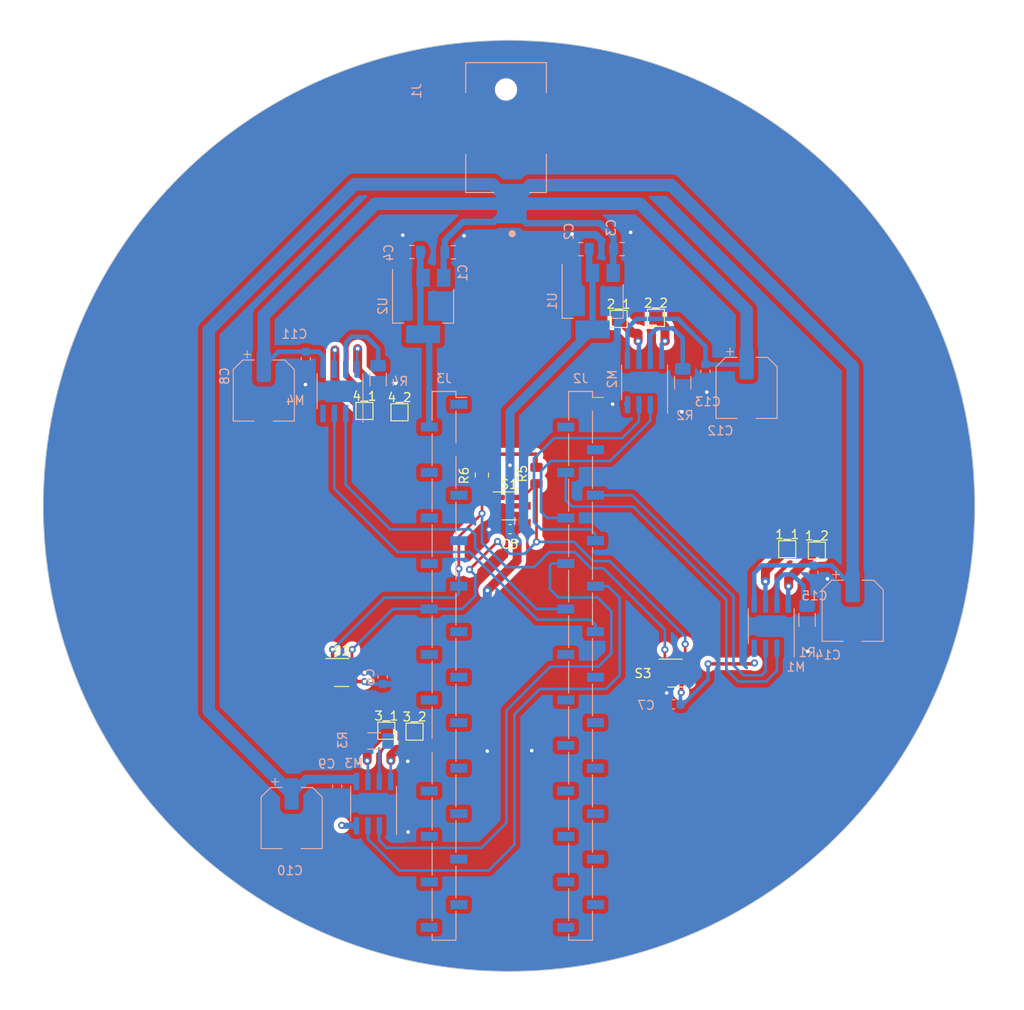
<source format=kicad_pcb>
(kicad_pcb (version 20221018) (generator pcbnew)
  (layers (0 "F.Cu" signal) (31 "B.Cu" signal) (34 "B.Paste" user) (35 "F.Paste" user) (36 "B.SilkS" user "B.Silkscreen") (37 "F.SilkS" user "F.Silkscreen") (38 "B.Mask" user) (39 "F.Mask" user) (44 "Edge.Cuts" user))
  (net 0 "")
  (net 1 "GND")
  (net 2 "Net-(M1-LSS)")
  (net 3 "+3.3V")
  (net 4 "+12V")
  (net 5 "+5V")
  (net 6 "Net-(M2-LSS)")
  (net 7 "Net-(M3-LSS)")
  (net 8 "Net-(M4-LSS)")
  (net 9 "Net-(3_1-Pin_1)")
  (net 10 "Net-(3_2-Pin_1)")
  (net 11 "Net-(4_1-Pin_1)")
  (net 12 "Net-(4_2-Pin_1)")
  (net 13 "Net-(1_1-Pin_1)")
  (net 14 "Net-(1_2-Pin_1)")
  (net 15 "Net-(2_1-Pin_1)")
  (net 16 "Net-(2_2-Pin_1)")
  (net 17 "/HB_0_B")
  (net 18 "/HB_0_A")
  (net 19 "/HB_1_B")
  (net 20 "/HB_1_A")
  (net 21 "/HB_2_B")
  (net 22 "/HB_2_A")
  (net 23 "/HB_3_B")
  (net 24 "/HB_3_A")
  (net 25 "/I2C_SDA")
  (net 26 "/I2C_SCL")
  (footprint "TestPoint:TestPoint_Pad_1.5x1.5mm" (layer "F.Cu") (at 135.636 124.46)
    (fp_text reference "3_2")
    (fp_text value "solenoid")
  )
  (footprint "Resistor_SMD:R_0805_2012Metric" (layer "F.Cu") (at 149.2504 95.8596 -90)
    (fp_text reference "R5")
    (fp_text value "1K2")
  )
  (footprint "TestPoint:TestPoint_Pad_1.5x1.5mm" (layer "F.Cu") (at 130.048 88.646)
    (fp_text reference "4_1")
    (fp_text value "solenoid")
  )
  (footprint "Capacitor_SMD:C_0603_1608Metric" (layer "F.Cu") (at 146.304 101.854)
    (fp_text reference "C5")
    (fp_text value "100nF")
  )
  (footprint "TestPoint:TestPoint_Pad_1.5x1.5mm" (layer "F.Cu") (at 180.5432 104.2416)
    (fp_text reference "1_2")
    (fp_text value "solenoid")
  )
  (footprint "Package_TO_SOT_SMD:SOT-23-6" (layer "F.Cu") (at 127.508 117.856)
    (fp_text reference "S2")
    (fp_text value "TLE493DA1")
  )
  (footprint "Package_TO_SOT_SMD:SOT-23-6" (layer "F.Cu") (at 164.7135 117.922)
    (fp_text reference "S3")
    (fp_text value "TLE493DA0")
  )
  (footprint "TestPoint:TestPoint_Pad_1.5x1.5mm" (layer "F.Cu") (at 177.2412 104.0892)
    (fp_text reference "1_1")
    (fp_text value "solenoid")
  )
  (footprint "TestPoint:TestPoint_Pad_1.5x1.5mm" (layer "F.Cu") (at 162.58 78.2504)
    (fp_text reference "2_2")
    (fp_text value "solenoid")
  )
  (footprint "TestPoint:TestPoint_Pad_1.5x1.5mm" (layer "F.Cu") (at 132.4864 124.3584)
    (fp_text reference "3_1")
    (fp_text value "solenoid")
  )
  (footprint "TestPoint:TestPoint_Pad_1.5x1.5mm" (layer "F.Cu") (at 158.42 78.3704)
    (fp_text reference "2_1")
    (fp_text value "solenoid")
  )
  (footprint "Resistor_SMD:R_0805_2012Metric" (layer "F.Cu") (at 143.1544 95.8088 90)
    (fp_text reference "R6")
    (fp_text value "1K2")
  )
  (footprint "TestPoint:TestPoint_Pad_1.5x1.5mm" (layer "F.Cu") (at 133.9596 88.7984)
    (fp_text reference "4_2")
    (fp_text value "solenoid")
  )
  (footprint "Package_TO_SOT_SMD:SOT-23-6" (layer "F.Cu") (at 146.20114 99.25)
    (fp_text reference "S1")
    (fp_text value "TLE493DA2")
  )
  (footprint "Capacitor_SMD:C_0805_2012Metric" (layer "B.Cu") (at 139.97 70.9304)
    (fp_text reference "C1")
    (fp_text value "10uF")
  )
  (footprint "Capacitor_SMD:CP_Elec_6.3x7.7" (layer "B.Cu") (at 172.7 86.0704 -90)
    (fp_text reference "C12")
    (fp_text value "100uF")
  )
  (footprint "Resistor_SMD:R_1206_3216Metric_Pad1.30x1.75mm_HandSolder" (layer "B.Cu") (at 179.451 111.984 -90)
    (fp_text reference "R1")
    (fp_text value "0.45")
  )
  (footprint "Capacitor_SMD:C_0603_1608Metric" (layer "B.Cu") (at 164.5412 121.412)
    (fp_text reference "C7")
    (fp_text value "100nF")
  )
  (footprint "Capacitor_SMD:C_0805_2012Metric" (layer "B.Cu") (at 135.33 70.9004)
    (fp_text reference "C4")
    (fp_text value "10uF")
  )
  (footprint "Package_SO:SOIC-8-1EP_3.9x4.9mm_P1.27mm_EP2.41x3.3mm" (layer "B.Cu") (at 131.064 132.496 90)
    (fp_text reference "M3")
    (fp_text value "A4950E")
  )
  (footprint "Package_SO:SOIC-8-1EP_3.9x4.9mm_P1.27mm_EP2.41x3.3mm" (layer "B.Cu") (at 127.317 86.452 90)
    (fp_text reference "M4")
    (fp_text value "A4950E")
  )
  (footprint "Capacitor_SMD:CP_Elec_6.3x7.7" (layer "B.Cu") (at 118.81 86.3704 -90)
    (fp_text reference "C8")
    (fp_text value "100uF")
  )
  (footprint "barrel jack:CUI_PJ-036AH-SMT-TR" (layer "B.Cu") (at 146.5 65.5 -90)
    (fp_text reference "J1")
    (fp_text value "Barrel_Jack_Switch")
  )
  (footprint "Capacitor_SMD:CP_Elec_6.3x7.7" (layer "B.Cu") (at 184.54 110.9604 -90)
    (fp_text reference "C14")
    (fp_text value "100uF")
  )
  (footprint "Package_TO_SOT_SMD:SOT-223" (layer "B.Cu") (at 136.59 76.9304 -90)
    (fp_text reference "U2")
    (fp_text value "TLV76133DCYR")
  )
  (footprint "Capacitor_SMD:CP_Elec_6.3x7.7" (layer "B.Cu") (at 121.92 134.112 -90)
    (fp_text reference "C10")
    (fp_text value "100uF")
  )
  (footprint "Connector_PinSocket_2.54mm:PinSocket_1x24_P2.54mm_Vertical_SMD_Pin1Left" (layer "B.Cu") (at 138.93 117.1104 180)
    (fp_text reference "J3")
    (fp_text value "SMD 100\" Pin Socket")
  )
  (footprint "Resistor_SMD:R_1206_3216Metric_Pad1.30x1.75mm_HandSolder" (layer "B.Cu") (at 131.572 85.147 -90)
    (fp_text reference "R4")
    (fp_text value "0.45")
  )
  (footprint "Capacitor_SMD:C_0805_2012Metric" (layer "B.Cu") (at 158.8 70.5704 180)
    (fp_text reference "C3")
    (fp_text value "10uF")
  )
  (footprint "Package_SO:SOIC-8-1EP_3.9x4.9mm_P1.27mm_EP2.41x3.3mm" (layer "B.Cu") (at 161.315 85.4604 90)
    (fp_text reference "M2")
    (fp_text value "A4950E")
  )
  (footprint "Capacitor_SMD:C_0603_1608Metric" (layer "B.Cu") (at 127 130.556 -90)
    (fp_text reference "C9")
    (fp_text value "100nF")
  )
  (footprint "Resistor_SMD:R_1206_3216Metric_Pad1.30x1.75mm_HandSolder" (layer "B.Cu") (at 165.57 85.4954 -90)
    (fp_text reference "R2")
    (fp_text value "0.45")
  )
  (footprint "Package_TO_SOT_SMD:SOT-223" (layer "B.Cu") (at 155.51 76.3904 -90)
    (fp_text reference "U1")
    (fp_text value "TLV76133DCYR")
  )
  (footprint "Package_SO:SOIC-8-1EP_3.9x4.9mm_P1.27mm_EP2.41x3.3mm" (layer "B.Cu") (at 175.451 112.684 90)
    (fp_text reference "M1")
    (fp_text value "A4950E")
  )
  (footprint "Capacitor_SMD:C_0603_1608Metric" (layer "B.Cu") (at 132.08 118.364 -90)
    (fp_text reference "C6")
    (fp_text value "100nF")
  )
  (footprint "Capacitor_SMD:C_0805_2012Metric" (layer "B.Cu") (at 154.18 70.5804 180)
    (fp_text reference "C2")
    (fp_text value "10uF")
  )
  (footprint "Capacitor_SMD:C_0603_1608Metric" (layer "B.Cu") (at 123.49 82.8104 -90)
    (fp_text reference "C11")
    (fp_text value "100nF")
  )
  (footprint "Connector_PinSocket_2.54mm:PinSocket_1x24_P2.54mm_Vertical_SMD_Pin1Left" (layer "B.Cu") (at 154.17 117.1104 180)
    (fp_text reference "J2")
    (fp_text value "SMD 100\" Pin Socket")
  )
  (footprint "Resistor_SMD:R_1206_3216Metric_Pad1.30x1.75mm_HandSolder" (layer "B.Cu") (at 131.13 125.5004 180)
    (fp_text reference "R3")
    (fp_text value "0.45")
  )
  (footprint "Capacitor_SMD:C_0603_1608Metric" (layer "B.Cu") (at 168.11 84.2254 -90)
    (fp_text reference "C13")
    (fp_text value "100nF")
  )
  (footprint "Capacitor_SMD:C_0603_1608Metric" (layer "B.Cu") (at 180.15 106.6704 -90)
    (fp_text reference "C15")
    (fp_text value "100nF")
  )
  (gr_circle (center 146.1825 99.25) (end 198.1825 99.25) (stroke (width 0.1)) (fill none) (layer "Edge.Cuts"))
  (segment (start 163.7792 120.142) (end 163.7792 119.0752) (width 0.4) (layer "F.Cu") (net 1))
  (segment (start 145.288 102.095) (end 145.529 101.854) (width 0.4) (layer "F.Cu") (net 1))
  (segment (start 126.3705 117.856) (end 126.3705 118.806) (width 0.4) (layer "F.Cu") (net 1))
  (segment (start 130.048 117.856) (end 128.6455 117.856) (width 0.4) (layer "F.Cu") (net 1))
  (segment (start 143.95 101.8904) (end 145.4926 101.8904) (width 0.3) (layer "F.Cu") (net 1))
  (segment (start 145.06364 99.25) (end 147.33864 99.25) (width 0.4) (layer "F.Cu") (net 1))
  (segment (start 145.529 100.66536) (end 145.06364 100.2) (width 0.4) (layer "F.Cu") (net 1))
  (segment (start 145.529 101.854) (end 145.529 100.66536) (width 0.4) (layer "F.Cu") (net 1))
  (segment (start 163.576 118.872) (end 163.576 117.922) (width 0.4) (layer "F.Cu") (net 1))
  (segment (start 145.06364 100.2) (end 145.06364 99.25) (width 0.4) (layer "F.Cu") (net 1))
  (segment (start 163.7792 119.0752) (end 163.576 118.872) (width 0.4) (layer "F.Cu") (net 1))
  (segment (start 145.4926 101.8904) (end 145.529 101.854) (width 0.3) (layer "F.Cu") (net 1))
  (segment (start 128.6455 117.856) (end 126.3705 117.856) (width 0.4) (layer "F.Cu") (net 1))
  (segment (start 163.576 117.922) (end 165.851 117.922) (width 0.4) (layer "F.Cu") (net 1))
  (via (at 179.51 115.5004) (size 0.8) (drill 0.4) (layers "F.Cu" "B.Cu") (net 1))
  (via (at 181.74 107.3904) (size 0.8) (drill 0.4) (layers "F.Cu" "B.Cu") (net 1))
  (via (at 134.88 127.7704) (size 0.8) (drill 0.4) (layers "F.Cu" "B.Cu") (net 1))
  (via (at 134.32 69.0104) (size 0.8) (drill 0.4) (layers "F.Cu" "B.Cu") (net 1))
  (via (at 165.48 88.7504) (size 0.8) (drill 0.4) (layers "F.Cu" "B.Cu") (net 1))
  (via (at 159.76 68.7004) (size 0.8) (drill 0.4) (layers "F.Cu" "B.Cu") (net 1))
  (via (at 123.46 85.7004) (size 0.8) (drill 0.4) (layers "F.Cu" "B.Cu") (net 1))
  (via (at 143.95 101.8904) (size 0.8) (drill 0.4) (layers "F.Cu" "B.Cu") (net 1))
  (via (at 157.75 87.8904) (size 0.8) (drill 0.4) (layers "F.Cu" "B.Cu") (net 1))
  (via (at 153.21 68.8904) (size 0.8) (drill 0.4) (layers "F.Cu" "B.Cu") (net 1))
  (via (at 134.92 135.6704) (size 0.8) (drill 0.4) (layers "F.Cu" "B.Cu") (net 1))
  (via (at 168.26 86.5404) (size 0.8) (drill 0.4) (layers "F.Cu" "B.Cu") (net 1))
  (via (at 163.7792 120.142) (size 0.8) (drill 0.4) (layers "F.Cu" "B.Cu") (net 1))
  (via (at 130.048 117.856) (size 0.8) (drill 0.4) (layers "F.Cu" "B.Cu") (net 1))
  (via (at 133.54 85.5704) (size 0.8) (drill 0.4) (layers "F.Cu" "B.Cu") (net 1))
  (via (at 141.17 69.0904) (size 0.8) (drill 0.4) (layers "F.Cu" "B.Cu") (net 1))
  (segment (start 131.572 86.697) (end 132.4134 86.697) (width 0.5) (layer "B.Cu") (net 1))
  (segment (start 168.11 86.3904) (end 168.26 86.5404) (width 0.5) (layer "B.Cu") (net 1))
  (segment (start 179.1686 115.159) (end 179.51 115.5004) (width 0.5) (layer "B.Cu") (net 1))
  (segment (start 155.82 87.9004) (end 157.74 87.9004) (width 0.3) (layer "B.Cu") (net 1))
  (segment (start 136.65 126.0004) (end 134.88 127.7704) (width 0.3) (layer "B.Cu") (net 1))
  (segment (start 134.38 70.9004) (end 134.38 69.0704) (width 0.7) (layer "B.Cu") (net 1))
  (segment (start 129.342 88.927) (end 131.572 86.697) (width 0.5) (layer "B.Cu") (net 1))
  (segment (start 164.665 87.9354) (end 165.48 88.7504) (width 0.5) (layer "B.Cu") (net 1))
  (segment (start 181.685 107.4454) (end 181.74 107.3904) (width 0.5) (layer "B.Cu") (net 1))
  (segment (start 179.451 113.534) (end 179.451 115.4414) (width 0.5) (layer "B.Cu") (net 1))
  (segment (start 134.52 136.7404) (end 134.92 136.3404) (width 0.3) (layer "B.Cu") (net 1))
  (segment (start 123.49 83.5854) (end 123.49 85.6704) (width 0.5) (layer "B.Cu") (net 1))
  (segment (start 175.575949 112.684) (end 175.451 112.684) (width 0.7) (layer "B.Cu") (net 1))
  (segment (start 161.439949 85.4604) (end 161.315 85.4604) (width 0.7) (layer "B.Cu") (net 1))
  (segment (start 163.22 87.9354) (end 164.665 87.9354) (width 0.5) (layer "B.Cu") (net 1))
  (segment (start 165.57 87.0454) (end 165.57 88.6604) (width 0.5) (layer "B.Cu") (net 1))
  (segment (start 132.969 136.5794) (end 133.13 136.7404) (width 0.3) (layer "B.Cu") (net 1))
  (segment (start 157.74 87.9004) (end 157.75 87.8904) (width 0.3) (layer "B.Cu") (net 1))
  (segment (start 180.15 107.4454) (end 181.685 107.4454) (width 0.5) (layer "B.Cu") (net 1))
  (segment (start 163.7662 121.412) (end 163.7662 120.155) (width 0.4) (layer "B.Cu") (net 1))
  (segment (start 177.356 115.159) (end 179.1686 115.159) (width 0.5) (layer "B.Cu") (net 1))
  (segment (start 140.92 69.3404) (end 141.17 69.0904) (width 0.7) (layer "B.Cu") (net 1))
  (segment (start 123.49 85.6704) (end 123.46 85.7004) (width 0.5) (layer "B.Cu") (net 1))
  (segment (start 134.29 73.7804) (end 134.29 70.9904) (width 0.7) (layer "B.Cu") (net 1))
  (segment (start 134.2786 70.737433) (end 134.439138 70.576895) (width 0.4) (layer "B.Cu") (net 1))
  (segment (start 132.969 134.971) (end 132.969 136.5794) (width 0.3) (layer "B.Cu") (net 1))
  (segment (start 153.21 70.6004) (end 153.23 70.5804) (width 0.7) (layer "B.Cu") (net 1))
  (segment (start 132.4134 86.697) (end 133.54 85.5704) (width 0.5) (layer "B.Cu") (net 1))
  (segment (start 131.572 86.697) (end 131.327 86.452) (width 0.7) (layer "B.Cu") (net 1))
  (segment (start 153.21 70.5604) (end 153.23 70.5804) (width 0.7) (layer "B.Cu") (net 1))
  (segment (start 123.46 85.7004) (end 123.61 85.7004) (width 0.5) (layer "B.Cu") (net 1))
  (segment (start 175.788082 112.684) (end 175.451 112.684) (width 1) (layer "B.Cu") (net 1))
  (segment (start 159.75 68.7104) (end 159.76 68.7004) (width 0.7) (layer "B.Cu") (net 1))
  (segment (start 132.101016 117.589) (end 132.08 117.589) (width 0.7) (layer "B.Cu") (net 1))
  (segment (start 168.11 85.0004) (end 168.11 86.3904) (width 0.5) (layer "B.Cu") (net 1))
  (segment (start 132.215616 117.7036) (end 132.101016 117.589) (width 0.7) (layer "B.Cu") (net 1))
  (segment (start 127.126024 86.642976) (end 127.317 86.452) (width 1) (layer "B.Cu") (net 1))
  (segment (start 137.28 126.0004) (end 136.56 126.0004) (width 0.3) (layer "B.Cu") (net 1))
  (segment (start 129.222 88.927) (end 129.342 88.927) (width 0.5) (layer "B.Cu") (net 1))
  (segment (start 179.451 115.4414) (end 179.51 115.5004) (width 0.5) (layer "B.Cu") (net 1))
  (segment (start 134.92 136.3404) (end 134.92 135.6704) (width 0.3) (layer "B.Cu") (net 1))
  (segment (start 127.317 86.452) (end 127.441949 86.452) (width 0.7) (layer "B.Cu") (net 1))
  (segment (start 134.29 70.9904) (end 134.38 70.9004) (width 0.7) (layer "B.Cu") (net 1))
  (segment (start 124.3616 86.452) (end 127.317 86.452) (width 0.5) (layer "B.Cu") (net 1))
  (segment (start 133.13 136.7404) (end 134.52 136.7404) (width 0.3) (layer "B.Cu") (net 1))
  (segment (start 163.7662 120.155) (end 163.7792 120.142) (width 0.4) (layer "B.Cu") (net 1))
  (segment (start 130.048 117.856) (end 131.064 117.856) (width 0.4) (layer "B.Cu") (net 1))
  (segment (start 140.92 70.9304) (end 140.92 69.3404) (width 0.7) (layer "B.Cu") (net 1))
  (segment (start 165.57 87.0454) (end 166.065 87.0454) (width 0.7) (layer "B.Cu") (net 1))
  (segment (start 165.57 88.6604) (end 165.48 88.7504) (width 0.5) (layer "B.Cu") (net 1))
  (segment (start 152.3 56.55) (end 152.746 56.55) (width 0.25) (layer "B.Cu") (net 1))
  (segment (start 134.38 69.0704) (end 134.32 69.0104) (width 0.7) (layer "B.Cu") (net 1))
  (segment (start 153.21 73.2404) (end 153.21 70.6004) (width 0.7) (layer "B.Cu") (net 1))
  (segment (start 131.331 117.589) (end 132.08 117.589) (width 0.4) (layer "B.Cu") (net 1))
  (segment (start 131.064 117.856) (end 131.331 117.589) (width 0.4) (layer "B.Cu") (net 1))
  (segment (start 153.21 68.8904) (end 153.21 70.5604) (width 0.7) (layer "B.Cu") (net 1))
  (segment (start 159.75 70.5704) (end 159.75 68.7104) (width 0.7) (layer "B.Cu") (net 1))
  (segment (start 137.28 126.0004) (end 136.65 126.0004) (width 0.3) (layer "B.Cu") (net 1))
  (segment (start 123.61 85.7004) (end 124.3616 86.452) (width 0.5) (layer "B.Cu") (net 1))
  (segment (start 179.451 110.434) (end 179.05 110.033) (width 0.5) (layer "B.Cu") (net 2))
  (segment (start 176.086 107.6044) (end 176.086 110.209) (width 0.5) (layer "B.Cu") (net 2))
  (segment (start 177.78 106.9004) (end 176.79 106.9004) (width 0.5) (layer "B.Cu") (net 2))
  (segment (start 176.79 106.9004) (end 176.086 107.6044) (width 0.5) (layer "B.Cu") (net 2))
  (segment (start 179.05 108.1704) (end 177.78 106.9004) (width 0.5) (layer "B.Cu") (net 2))
  (segment (start 179.05 110.033) (end 179.05 108.1704) (width 0.5) (layer "B.Cu") (net 2))
  (segment (start 147.079 100.45964) (end 147.33864 100.2) (width 0.4) (layer "F.Cu") (net 3))
  (segment (start 149.1916 93.472) (end 149.31 93.5904) (width 0.4) (layer "F.Cu") (net 3))
  (segment (start 147.09 103.2104) (end 147.079 103.1994) (width 0.3) (layer "F.Cu") (net 3))
  (segment (start 165.4048 119.3182) (end 165.851 118.872) (width 0.4) (layer "F.Cu") (net 3))
  (segment (start 143.75 126.6404) (end 148.66 126.6404) (width 1) (layer "F.Cu") (net 3))
  (segment (start 149.352 95.0995) (end 149.4009 95.1484) (width 0.4) (layer "F.Cu") (net 3))
  (segment (start 149.2504 94.9471) (end 149.2504 94.9979) (width 0.3) (layer "F.Cu") (net 3))
  (segment (start 149.31 93.5904) (end 149.2504 93.65) (width 0.3) (layer "F.Cu") (net 3))
  (segment (start 165.4048 120.0912) (end 165.4048 119.3182) (width 0.4) (layer "F.Cu") (net 3))
  (segment (start 130.048 118.872) (end 128.7115 118.872) (width 0.4) (layer "F.Cu") (net 3))
  (segment (start 148.66 126.6404) (end 148.72 126.5804) (width 1) (layer "F.Cu") (net 3))
  (segment (start 146.24 94.6604) (end 146.29 94.7104) (width 0.3) (layer "F.Cu") (net 3))
  (segment (start 146.24 93.472) (end 149.1916 93.472) (width 0.4) (layer "F.Cu") (net 3))
  (segment (start 146.24 93.472) (end 146.24 94.6604) (width 0.3) (layer "F.Cu") (net 3))
  (segment (start 143.1544 94.8963) (end 143.1544 93.472) (width 0.4) (layer "F.Cu") (net 3))
  (segment (start 147.079 101.854) (end 147.079 100.45964) (width 0.4) (layer "F.Cu") (net 3))
  (segment (start 143.1544 93.472) (end 146.24 93.472) (width 0.4) (layer "F.Cu") (net 3))
  (segment (start 143.76 108.6904) (end 147.09 105.3604) (width 1) (layer "F.Cu") (net 3))
  (segment (start 168.402 116.8908) (end 173.482 116.8908) (width 0.4) (layer "F.Cu") (net 3))
  (segment (start 147.2314 102.0064) (end 147.079 101.854) (width 0.4) (layer "F.Cu") (net 3))
  (segment (start 147.09 105.3604) (end 147.09 103.2104) (width 1) (layer "F.Cu") (net 3))
  (segment (start 147.079 103.1994) (end 147.079 101.854) (width 0.3) (layer "F.Cu") (net 3))
  (segment (start 149.2504 93.65) (end 149.2504 94.9471) (width 0.3) (layer "F.Cu") (net 3))
  (segment (start 128.7115 118.872) (end 128.6455 118.806) (width 0.4) (layer "F.Cu") (net 3))
  (segment (start 143.76 108.7004) (end 143.76 108.6904) (width 1) (layer "F.Cu") (net 3))
  (segment (start 149.2504 94.9979) (end 149.352 95.0995) (width 0.3) (layer "F.Cu") (net 3))
  (segment (start 173.482 116.8908) (end 173.5836 116.7892) (width 0.4) (layer "F.Cu") (net 3))
  (via (at 148.72 126.5804) (size 0.8) (drill 0.4) (layers "F.Cu" "B.Cu") (net 3))
  (via (at 146.29 94.7104) (size 0.8) (drill 0.4) (layers "F.Cu" "B.Cu") (net 3))
  (via (at 168.402 116.8908) (size 0.8) (drill 0.4) (layers "F.Cu" "B.Cu") (net 3))
  (via (at 143.75 126.6404) (size 0.8) (drill 0.4) (layers "F.Cu" "B.Cu") (net 3))
  (via (at 130.048 118.872) (size 0.8) (drill 0.4) (layers "F.Cu" "B.Cu") (net 3))
  (via (at 165.4048 120.0912) (size 0.8) (drill 0.4) (layers "F.Cu" "B.Cu") (net 3))
  (via (at 127.508 134.9248) (size 0.8) (drill 0.4) (layers "F.Cu" "B.Cu") (net 3))
  (via (at 147.09 103.2104) (size 0.8) (drill 0.4) (layers "F.Cu" "B.Cu") (net 3))
  (via (at 143.76 108.7004) (size 0.8) (drill 0.4) (layers "F.Cu" "B.Cu") (net 3))
  (via (at 173.5836 116.7892) (size 0.8) (drill 0.4) (layers "F.Cu" "B.Cu") (net 3))
  (segment (start 146.29 88.7604) (end 155.51 79.5404) (width 1) (layer "B.Cu") (net 3))
  (segment (start 159.3322 87.8576) (end 159.41 87.9354) (width 0.7) (layer "B.Cu") (net 3))
  (segment (start 130.315 119.139) (end 130.048 118.872) (width 0.4) (layer "B.Cu") (net 3))
  (segment (start 135.7314 119.139) (end 136.7 118.1704) (width 0.7) (layer "B.Cu") (net 3))
  (segment (start 155.13 70.5804) (end 155.13 72.8604) (width 0.7) (layer "B.Cu") (net 3))
  (segment (start 165.3162 121.412) (end 165.3162 120.1798) (width 0.4) (layer "B.Cu") (net 3))
  (segment (start 140.67 115.3504) (end 143.75 115.3504) (width 0.7) (layer "B.Cu") (net 3))
  (segment (start 143.75 112.9804) (end 143.75 115.3504) (width 1) (layer "B.Cu") (net 3))
  (segment (start 137.85 118.1704) (end 140.67 115.3504) (width 0.7) (layer "B.Cu") (net 3))
  (segment (start 168.402 118.618) (end 165.608 121.412) (width 0.4) (layer "B.Cu") (net 3))
  (segment (start 143.75 115.3504) (end 143.75 126.6404) (width 1) (layer "B.Cu") (net 3))
  (segment (start 146.29 102.4104) (end 147.09 103.2104) (width 1) (layer "B.Cu") (net 3))
  (segment (start 155.51 73.2404) (end 155.51 79.5404) (width 0.7) (layer "B.Cu") (net 3))
  (segment (start 132.08 119.139) (end 130.315 119.139) (width 0.4) (layer "B.Cu") (net 3))
  (segment (start 165.608 121.412) (end 165.3162 121.412) (width 0.4) (layer "B.Cu") (net 3))
  (segment (start 127.508 134.9248) (end 127.5542 134.971) (width 0.7) (layer "B.Cu") (net 3))
  (segment (start 132.08 119.139) (end 135.7314 119.139) (width 0.7) (layer "B.Cu") (net 3))
  (segment (start 155.13 72.8604) (end 155.51 73.2404) (width 0.7) (layer "B.Cu") (net 3))
  (segment (start 146.29 94.7104) (end 146.29 102.4104) (width 1) (layer "B.Cu") (net 3))
  (segment (start 143.76 108.7004) (end 143.76 112.9704) (width 1) (layer "B.Cu") (net 3))
  (segment (start 143.76 112.9704) (end 143.75 112.9804) (width 1) (layer "B.Cu") (net 3))
  (segment (start 165.3162 120.1798) (end 165.4048 120.0912) (width 0.4) (layer "B.Cu") (net 3))
  (segment (start 146.29 94.7104) (end 146.29 88.7604) (width 1) (layer "B.Cu") (net 3))
  (segment (start 127.5542 134.971) (end 129.159 134.971) (width 0.7) (layer "B.Cu") (net 3))
  (segment (start 155.4748 73.0348) (end 155.49 73.05) (width 0.7) (layer "B.Cu") (net 3))
  (segment (start 136.7 118.1704) (end 137.85 118.1704) (width 0.7) (layer "B.Cu") (net 3))
  (segment (start 168.402 116.8908) (end 168.402 118.618) (width 0.4) (layer "B.Cu") (net 3))
  (segment (start 146.5 65.5) (end 146.5 66.0804) (width 0.7) (layer "B.Cu") (net 4))
  (segment (start 138.89 71.0604) (end 139.02 70.9304) (width 0.7) (layer "B.Cu") (net 4))
  (segment (start 125.412 82.5224) (end 124.925 82.0354) (width 0.5) (layer "B.Cu") (net 4))
  (segment (start 168.11 83.4504) (end 168.11 81.4504) (width 0.5) (layer "B.Cu") (net 4))
  (segment (start 144.3404 63.3404) (end 146.5 65.5) (width 1.4) (layer "B.Cu") (net 4))
  (segment (start 174.415 105.8954) (end 173.54 106.7704) (width 0.5) (layer "B.Cu") (net 4))
  (segment (start 121.92 131.412) (end 123.551 129.781) (width 1) (layer "B.Cu") (net 4))
  (segment (start 146.5 65.5) (end 131.2704 65.5) (width 1.4) (layer "B.Cu") (net 4))
  (segment (start 148.5696 63.4304) (end 146.5 65.5) (width 1.4) (layer "B.Cu") (net 4))
  (segment (start 141.06 67.5304) (end 144.4696 67.5304) (width 0.7) (layer "B.Cu") (net 4))
  (segment (start 173.546 106.7764) (end 173.546 110.209) (width 0.5) (layer "B.Cu") (net 4))
  (segment (start 148.11 67.6904) (end 156.34 67.6904) (width 0.7) (layer "B.Cu") (net 4))
  (segment (start 160.7996 65.5) (end 146.5 65.5) (width 1.4) (layer "B.Cu") (net 4))
  (segment (start 156.34 67.6904) (end 157.85 69.2004) (width 0.7) (layer "B.Cu") (net 4))
  (segment (start 124.925 82.0354) (end 123.49 82.0354) (width 0.5) (layer "B.Cu") (net 4))
  (segment (start 172.62 83.4504) (end 172.7 83.3704) (width 0.5) (layer "B.Cu") (net 4))
  (segment (start 139.02 69.5704) (end 141.06 67.5304) (width 0.7) (layer "B.Cu") (net 4))
  (segment (start 157.85 69.2004) (end 157.85 70.5704) (width 0.7) (layer "B.Cu") (net 4))
  (segment (start 159.41 79.3904) (end 159.41 82.9854) (width 0.5) (layer "B.Cu") (net 4))
  (segment (start 157.81 73.2404) (end 157.81 70.6104) (width 0.7) (layer "B.Cu") (net 4))
  (segment (start 172.7 77.4004) (end 160.7996 65.5) (width 1.4) (layer "B.Cu") (net 4))
  (segment (start 146.5 66.0804) (end 148.11 67.6904) (width 0.7) (layer "B.Cu") (net 4))
  (segment (start 139.02 70.9304) (end 139.02 69.5704) (width 0.7) (layer "B.Cu") (net 4))
  (segment (start 128.94 63.3404) (end 144.3404 63.3404) (width 1.4) (layer "B.Cu") (net 4))
  (segment (start 172.7 83.3704) (end 172.7 77.4004) (width 1.4) (layer "B.Cu") (net 4))
  (segment (start 120.445 82.0354) (end 118.81 83.6704) (width 0.5) (layer "B.Cu") (net 4))
  (segment (start 168.11 83.4504) (end 172.62 83.4504) (width 0.5) (layer "B.Cu") (net 4))
  (segment (start 112.66 79.6204) (end 128.94 63.3404) (width 1.4) (layer "B.Cu") (net 4))
  (segment (start 184.54 108.2604) (end 184.54 83.7004) (width 1.4) (layer "B.Cu") (net 4))
  (segment (start 157.7556 73.0042) (end 157.8014 73.05) (width 1.4) (layer "B.Cu") (net 4))
  (segment (start 127 129.781) (end 128.919 129.781) (width 1) (layer "B.Cu") (net 4))
  (segment (start 123.551 129.781) (end 127 129.781) (width 1) (layer "B.Cu") (net 4))
  (segment (start 168.11 81.4504) (end 165.02 78.3604) (width 0.5) (layer "B.Cu") (net 4))
  (segment (start 184.54 83.7004) (end 164.27 63.4304) (width 1.4) (layer "B.Cu") (net 4))
  (segment (start 157.81 70.6104) (end 157.85 70.5704) (width 0.7) (layer "B.Cu") (net 4))
  (segment (start 118.81 77.9604) (end 118.81 83.214) (width 1.4) (layer "B.Cu") (net 4))
  (segment (start 112.66 122.152) (end 112.66 79.6204) (width 1.4) (layer "B.Cu") (net 4))
  (segment (start 125.412 83.977) (end 125.412 82.5224) (width 0.5) (layer "B.Cu") (net 4))
  (segment (start 182.175 105.8954) (end 180.15 105.8954) (width 0.5) (layer "B.Cu") (net 4))
  (segment (start 173.54 106.7704) (end 173.546 106.7764) (width 0.5) (layer "B.Cu") (net 4))
  (segment (start 131.2704 65.5) (end 118.81 77.9604) (width 1.4) (layer "B.Cu") (net 4))
  (segment (start 180.15 105.8954) (end 174.415 105.8954) (width 0.5) (layer "B.Cu") (net 4))
  (segment (start 138.89 73.7804) (end 138.89 71.0604) (width 0.7) (layer "B.Cu") (net 4))
  (segment (start 164.27 63.4304) (end 148.5696 63.4304) (width 1.4) (layer "B.Cu") (net 4))
  (segment (start 160.44 78.3604) (end 159.41 79.3904) (width 0.5) (layer "B.Cu") (net 4))
  (segment (start 138.987337 73.644063) (end 138.9014 73.73) (width 1) (layer "B.Cu") (net 4))
  (segment (start 123.49 82.0354) (end 120.445 82.0354) (width 0.5) (layer "B.Cu") (net 4))
  (segment (start 144.4696 67.5304) (end 146.5 65.5) (width 0.7) (layer "B.Cu") (net 4))
  (segment (start 184.54 108.2604) (end 182.175 105.8954) (width 0.5) (layer "B.Cu") (net 4))
  (segment (start 121.92 131.412) (end 112.66 122.152) (width 1.4) (layer "B.Cu") (net 4))
  (segment (start 165.02 78.3604) (end 160.44 78.3604) (width 0.5) (layer "B.Cu") (net 4))
  (segment (start 137.28 80.7704) (end 136.59 80.0804) (width 0.7) (layer "B.Cu") (net 5))
  (segment (start 136.59 70.827757) (end 136.339138 70.576895) (width 0.7) (layer "B.Cu") (net 5))
  (segment (start 136.28 70.9004) (end 136.28 73.4704) (width 0.7) (layer "B.Cu") (net 5))
  (segment (start 137.28 90.4404) (end 137.28 80.7704) (width 0.7) (layer "B.Cu") (net 5))
  (segment (start 136.28 70.9004) (end 136.28 79.7704) (width 0.7) (layer "B.Cu") (net 5))
  (segment (start 136.28 73.4704) (end 136.59 73.7804) (width 0.7) (layer "B.Cu") (net 5))
  (segment (start 136.28 79.7704) (end 136.59 80.0804) (width 0.7) (layer "B.Cu") (net 5))
  (segment (start 161.95 80.1504) (end 161.95 82.9854) (width 0.5) (layer "B.Cu") (net 6))
  (segment (start 164.47 79.4204) (end 162.68 79.4204) (width 0.5) (layer "B.Cu") (net 6))
  (segment (start 162.68 79.4204) (end 161.95 80.1504) (width 0.5) (layer "B.Cu") (net 6))
  (segment (start 165.57 80.5204) (end 164.47 79.4204) (width 0.5) (layer "B.Cu") (net 6))
  (segment (start 165.57 83.9454) (end 165.57 80.5204) (width 0.5) (layer "B.Cu") (net 6))
  (segment (start 131.699 130.021) (end 131.699 126.341) (width 0.3) (layer "B.Cu") (net 7))
  (segment (start 128.642 80.3604) (end 127.952 81.0504) (width 0.5) (layer "B.Cu") (net 8))
  (segment (start 131.572 83.597) (end 131.572 81.6724) (width 0.5) (layer "B.Cu") (net 8))
  (segment (start 127.952 81.0504) (end 127.952 83.977) (width 0.5) (layer "B.Cu") (net 8))
  (segment (start 130.26 80.3604) (end 128.642 80.3604) (width 0.5) (layer "B.Cu") (net 8))
  (segment (start 131.572 81.6724) (end 130.26 80.3604) (width 0.5) (layer "B.Cu") (net 8))
  (segment (start 130.3528 126.492) (end 132.4864 124.3584) (width 1) (layer "F.Cu") (net 9))
  (segment (start 130.3528 127.7112) (end 130.3528 126.492) (width 1) (layer "F.Cu") (net 9))
  (via (at 130.3528 127.7112) (size 0.8) (drill 0.4) (layers "F.Cu" "B.Cu") (net 9))
  (segment (start 130.429 127.7874) (end 130.3528 127.7112) (width 0.3) (layer "B.Cu") (net 9))
  (segment (start 130.429 130.021) (end 130.429 127.7874) (width 0.3) (layer "B.Cu") (net 9))
  (segment (start 133.6548 126.4412) (end 135.636 126.4412) (width 1) (layer "F.Cu") (net 10))
  (segment (start 132.9944 127.1016) (end 133.6548 126.4412) (width 1) (layer "F.Cu") (net 10))
  (segment (start 132.9944 127.7112) (end 132.9944 127.1016) (width 1) (layer "F.Cu") (net 10))
  (segment (start 135.636 126.4412) (end 135.636 124.46) (width 1) (layer "F.Cu") (net 10))
  (via (at 132.9944 127.7112) (size 0.8) (drill 0.4) (layers "F.Cu" "B.Cu") (net 10))
  (segment (start 132.969 130.021) (end 132.969 127.7366) (width 0.3) (layer "B.Cu") (net 10))
  (segment (start 132.969 127.7366) (end 132.9944 127.7112) (width 0.3) (layer "B.Cu") (net 10))
  (segment (start 126.746 81.8388) (end 126.746 85.344) (width 1) (layer "F.Cu") (net 11))
  (segment (start 126.746 85.344) (end 130.048 88.646) (width 1) (layer "F.Cu") (net 11))
  (via (at 126.746 81.8388) (size 0.8) (drill 0.4) (layers "F.Cu" "B.Cu") (net 11))
  (segment (start 126.682 81.9028) (end 126.746 81.8388) (width 0.3) (layer "B.Cu") (net 11))
  (segment (start 126.682 83.977) (end 126.682 81.9028) (width 0.3) (layer "B.Cu") (net 11))
  (segment (start 129.286 84.1248) (end 133.9596 88.7984) (width 1) (layer "F.Cu") (net 12))
  (segment (start 129.286 81.6864) (end 129.286 84.1248) (width 1) (layer "F.Cu") (net 12))
  (via (at 129.286 81.6864) (size 0.8) (drill 0.4) (layers "F.Cu" "B.Cu") (net 12))
  (segment (start 129.222 81.7504) (end 129.286 81.6864) (width 0.3) (layer "B.Cu") (net 12))
  (segment (start 129.222 83.977) (end 129.222 81.7504) (width 0.3) (layer "B.Cu") (net 12))
  (segment (start 174.8028 107.696) (end 174.8028 106.5276) (width 1) (layer "F.Cu") (net 13))
  (segment (start 174.8028 106.5276) (end 177.2412 104.0892) (width 1) (layer "F.Cu") (net 13))
  (via (at 174.8028 107.696) (size 0.8) (drill 0.4) (layers "F.Cu" "B.Cu") (net 13))
  (segment (start 174.8028 107.696) (end 174.8028 110.1958) (width 0.5) (layer "B.Cu") (net 13))
  (segment (start 174.8028 110.1958) (end 174.816 110.209) (width 0.5) (layer "B.Cu") (net 13))
  (segment (start 174.816 107.7092) (end 174.8028 107.696) (width 1) (layer "B.Cu") (net 13))
  (segment (start 177.3936 107.3912) (end 180.5432 104.2416) (width 1) (layer "F.Cu") (net 14))
  (segment (start 177.3936 108.219) (end 177.3936 107.3912) (width 1) (layer "F.Cu") (net 14))
  (via (at 177.3936 108.219) (size 0.8) (drill 0.4) (layers "F.Cu" "B.Cu") (net 14))
  (segment (start 177.356 108.2566) (end 177.3936 108.219) (width 0.5) (layer "B.Cu") (net 14))
  (segment (start 177.356 110.209) (end 177.356 108.2566) (width 0.5) (layer "B.Cu") (net 14))
  (segment (start 160.0332 79.9836) (end 158.42 78.3704) (width 1) (layer "F.Cu") (net 15))
  (segment (start 160.5916 79.9836) (end 160.0332 79.9836) (width 1) (layer "F.Cu") (net 15))
  (segment (start 160.5916 80.8472) (end 160.5916 79.9836) (width 1) (layer "F.Cu") (net 15))
  (via (at 160.5916 80.8472) (size 0.8) (drill 0.4) (layers "F.Cu" "B.Cu") (net 15))
  (segment (start 160.68 82.9854) (end 160.68 80.9356) (width 0.5) (layer "B.Cu") (net 15))
  (segment (start 160.68 80.9356) (end 160.5916 80.8472) (width 0.5) (layer "B.Cu") (net 15))
  (segment (start 163.5888 80.8472) (end 163.5888 79.2592) (width 1) (layer "F.Cu") (net 16))
  (segment (start 163.5888 80.8472) (end 163.6396 80.8472) (width 1) (layer "F.Cu") (net 16))
  (segment (start 163.5888 79.2592) (end 162.58 78.2504) (width 1) (layer "F.Cu") (net 16))
  (via (at 163.5888 80.8472) (size 0.8) (drill 0.4) (layers "F.Cu" "B.Cu") (net 16))
  (segment (start 163.22 81.216) (end 163.5888 80.8472) (width 0.5) (layer "B.Cu") (net 16))
  (segment (start 163.22 82.9854) (end 163.22 81.216) (width 0.5) (layer "B.Cu") (net 16))
  (segment (start 171.78 118.8704) (end 170.44 117.5304) (width 0.3) (layer "B.Cu") (net 17))
  (segment (start 153.22 99.3204) (end 152.52 98.6204) (width 0.3) (layer "B.Cu") (net 17))
  (segment (start 170.44 117.5304) (end 170.44 109.7104) (width 0.3) (layer "B.Cu") (net 17))
  (segment (start 176.086 115.159) (end 176.086 117.6544) (width 0.3) (layer "B.Cu") (net 17))
  (segment (start 176.086 117.6544) (end 174.87 118.8704) (width 0.3) (layer "B.Cu") (net 17))
  (segment (start 170.44 109.7104) (end 160.05 99.3204) (width 0.3) (layer "B.Cu") (net 17))
  (segment (start 152.52 98.6204) (end 152.52 95.5204) (width 0.3) (layer "B.Cu") (net 17))
  (segment (start 174.87 118.8704) (end 171.78 118.8704) (width 0.3) (layer "B.Cu") (net 17))
  (segment (start 160.05 99.3204) (end 153.22 99.3204) (width 0.3) (layer "B.Cu") (net 17))
  (segment (start 155.82 98.0604) (end 159.92 98.0604) (width 0.3) (layer "B.Cu") (net 18))
  (segment (start 159.92 98.0604) (end 171.24 109.3804) (width 0.3) (layer "B.Cu") (net 18))
  (segment (start 174.4 118.1604) (end 174.816 117.7444) (width 0.3) (layer "B.Cu") (net 18))
  (segment (start 171.24 117.0504) (end 172.35 118.1604) (width 0.3) (layer "B.Cu") (net 18))
  (segment (start 171.24 109.3804) (end 171.24 117.0504) (width 0.3) (layer "B.Cu") (net 18))
  (segment (start 172.35 118.1604) (end 174.4 118.1604) (width 0.3) (layer "B.Cu") (net 18))
  (segment (start 174.816 117.7444) (end 174.816 115.159) (width 0.3) (layer "B.Cu") (net 18))
  (segment (start 149.76 95.3404) (end 150.86 94.2404) (width 0.3) (layer "B.Cu") (net 19))
  (segment (start 161.95 88.8604) (end 161.95 87.9354) (width 0.4) (layer "B.Cu") (net 19))
  (segment (start 161.95 89.7504) (end 161.95 87.9354) (width 0.3) (layer "B.Cu") (net 19))
  (segment (start 157.46 94.2404) (end 161.95 89.7504) (width 0.3) (layer "B.Cu") (net 19))
  (segment (start 149.76 99.9104) (end 149.76 95.3404) (width 0.3) (layer "B.Cu") (net 19))
  (segment (start 150.86 94.2404) (end 157.46 94.2404) (width 0.3) (layer "B.Cu") (net 19))
  (segment (start 152.52 100.6004) (end 150.45 100.6004) (width 0.3) (layer "B.Cu") (net 19))
  (segment (start 150.45 100.6004) (end 149.76 99.9104) (width 0.3) (layer "B.Cu") (net 19))
  (segment (start 160.68 89.8204) (end 158.82 91.6804) (width 0.3) (layer "B.Cu") (net 20))
  (segment (start 148.97 101.0704) (end 149.77 101.8704) (width 0.3) (layer "B.Cu") (net 20))
  (segment (start 149.77 101.8704) (end 155.28 101.8704) (width 0.3) (layer "B.Cu") (net 20))
  (segment (start 155.82 102.4104) (end 155.82 103.1404) (width 0.3) (layer "B.Cu") (net 20))
  (segment (start 148.97 93.9404) (end 148.97 101.0704) (width 0.3) (layer "B.Cu") (net 20))
  (segment (start 151.23 91.6804) (end 148.97 93.9404) (width 0.3) (layer "B.Cu") (net 20))
  (segment (start 155.28 101.8704) (end 155.82 102.4104) (width 0.3) (layer "B.Cu") (net 20))
  (segment (start 158.82 91.6804) (end 151.23 91.6804) (width 0.3) (layer "B.Cu") (net 20))
  (segment (start 160.68 87.9354) (end 160.68 89.8204) (width 0.3) (layer "B.Cu") (net 20))
  (segment (start 145.9 122.0904) (end 145.9 134.6404) (width 0.3) (layer "B.Cu") (net 21))
  (segment (start 157.6 115.7504) (end 156.16 117.1904) (width 0.3) (layer "B.Cu") (net 21))
  (segment (start 131.699 136.608982) (end 131.699 134.971) (width 0.3) (layer "B.Cu") (net 21))
  (segment (start 151.68 109.4804) (end 156.06 109.4804) (width 0.3) (layer "B.Cu") (net 21))
  (segment (start 145.9 134.6404) (end 143.1 137.4404) (width 0.3) (layer "B.Cu") (net 21))
  (segment (start 132.527582 137.4404) (end 131.697582 136.6104) (width 0.3) (layer "B.Cu") (net 21))
  (segment (start 157.6 111.0204) (end 157.6 115.7504) (width 0.3) (layer "B.Cu") (net 21))
  (segment (start 156.06 109.4804) (end 157.6 111.0204) (width 0.3) (layer "B.Cu") (net 21))
  (segment (start 131.697582 134.972418) (end 131.699 134.971) (width 0.4) (layer "B.Cu") (net 21))
  (segment (start 152.52 105.6804) (end 150.98 105.6804) (width 0.3) (layer "B.Cu") (net 21))
  (segment (start 131.697582 136.6104) (end 131.699 136.608982) (width 0.3) (layer "B.Cu") (net 21))
  (segment (start 150.75 105.9104) (end 150.75 108.5504) (width 0.3) (layer "B.Cu") (net 21))
  (segment (start 150.98 105.6804) (end 150.75 105.9104) (width 0.3) (layer "B.Cu") (net 21))
  (segment (start 156.16 117.1904) (end 150.8 117.1904) (width 0.3) (layer "B.Cu") (net 21))
  (segment (start 143.1 137.4404) (end 132.527582 137.4404) (width 0.3) (layer "B.Cu") (net 21))
  (segment (start 150.8 117.1904) (end 145.9 122.0904) (width 0.3) (layer "B.Cu") (net 21))
  (segment (start 150.75 108.5504) (end 151.68 109.4804) (width 0.3) (layer "B.Cu") (net 21))
  (segment (start 143.9 139.9704) (end 133.95 139.9704) (width 0.3) (layer "B.Cu") (net 22))
  (segment (start 133.95 139.9704) (end 130.429 136.4494) (width 0.3) (layer "B.Cu") (net 22))
  (segment (start 157.24 108.2204) (end 158.53 109.5104) (width 0.3) (layer "B.Cu") (net 22))
  (segment (start 158.53 118.1704) (end 157 119.7004) (width 0.3) (layer "B.Cu") (net 22))
  (segment (start 146.79 122.5204) (end 146.79 137.0804) (width 0.3) (layer "B.Cu") (net 22))
  (segment (start 158.53 109.5104) (end 158.53 118.1704) (width 0.3) (layer "B.Cu") (net 22))
  (segment (start 149.61 119.7004) (end 146.79 122.5204) (width 0.3) (layer "B.Cu") (net 22))
  (segment (start 155.82 108.2204) (end 157.24 108.2204) (width 0.3) (layer "B.Cu") (net 22))
  (segment (start 157 119.7004) (end 149.61 119.7004) (width 0.3) (layer "B.Cu") (net 22))
  (segment (start 130.429 136.4494) (end 130.429 134.971) (width 0.3) (layer "B.Cu") (net 22))
  (segment (start 146.79 137.0804) (end 143.9 139.9704) (width 0.3) (layer "B.Cu") (net 22))
  (segment (start 149.24 110.7604) (end 152.52 110.7604) (width 0.3) (layer "B.Cu") (net 23))
  (segment (start 141.83 101.8704) (end 142.4 102.4404) (width 0.3) (layer "B.Cu") (net 23))
  (segment (start 142.4 102.4404) (end 142.4 103.9204) (width 0.3) (layer "B.Cu") (net 23))
  (segment (start 127.952 88.927) (end 127.952 96.8824) (width 0.3) (layer "B.Cu") (net 23))
  (segment (start 127.952 96.8824) (end 132.94 101.8704) (width 0.3) (layer "B.Cu") (net 23))
  (segment (start 142.4 103.9204) (end 149.24 110.7604) (width 0.3) (layer "B.Cu") (net 23))
  (segment (start 132.94 101.8704) (end 141.83 101.8704) (width 0.3) (layer "B.Cu") (net 23))
  (segment (start 141.79 104.4004) (end 133.77 104.4004) (width 0.3) (layer "B.Cu") (net 24))
  (segment (start 126.682 97.3124) (end 126.682 88.927) (width 0.3) (layer "B.Cu") (net 24))
  (segment (start 149.35 111.9604) (end 141.79 104.4004) (width 0.3) (layer "B.Cu") (net 24))
  (segment (start 152.02 111.9604) (end 149.35 111.9604) (width 0.3) (layer "B.Cu") (net 24))
  (segment (start 155.28 111.9604) (end 152.02 111.9604) (width 0.3) (layer "B.Cu") (net 24))
  (segment (start 152.02 111.9604) (end 151.9 111.9604) (width 0.3) (layer "B.Cu") (net 24))
  (segment (start 155.82 112.5004) (end 155.28 111.9604) (width 0.3) (layer "B.Cu") (net 24))
  (segment (start 155.82 113.3004) (end 155.82 112.5004) (width 0.3) (layer "B.Cu") (net 24))
  (segment (start 133.77 104.4004) (end 126.682 97.3124) (width 0.3) (layer "B.Cu") (net 24))
  (segment (start 149.2504 96.7721) (end 149.1996 96.8229) (width 0.4) (layer "F.Cu") (net 25))
  (segment (start 128.6455 115.3249) (end 128.68 115.2904) (width 0.3) (layer "F.Cu") (net 25))
  (segment (start 165.851 116.972) (end 165.851 114.6914) (width 0.3) (layer "F.Cu") (net 25))
  (segment (start 147.7225 98.3) (end 149.2504 96.7721) (width 0.3) (layer "F.Cu") (net 25))
  (segment (start 149.2504 103.2704) (end 149.2504 96.7721) (width 0.3) (layer "F.Cu") (net 25))
  (segment (start 147.33864 98.3) (end 147.7225 98.3) (width 0.3) (layer "F.Cu") (net 25))
  (segment (start 128.6455 116.906) (end 128.6455 115.3249) (width 0.3) (layer "F.Cu") (net 25))
  (segment (start 141.77 106.3604) (end 144.9 103.2304) (width 0.3) (layer "F.Cu") (net 25))
  (segment (start 147.828957 98.3) (end 147.33864 98.3) (width 0.4) (layer "F.Cu") (net 25))
  (segment (start 165.851 114.6914) (end 165.85 114.6904) (width 0.3) (layer "F.Cu") (net 25))
  (segment (start 128.6455 116.906) (end 128.7115 116.84) (width 0.4) (layer "F.Cu") (net 25))
  (via (at 141.77 106.3604) (size 0.8) (drill 0.4) (layers "F.Cu" "B.Cu") (net 25))
  (via (at 144.9 103.2304) (size 0.8) (drill 0.4) (layers "F.Cu" "B.Cu") (net 25))
  (via (at 128.68 115.2904) (size 0.8) (drill 0.4) (layers "F.Cu" "B.Cu") (net 25))
  (via (at 165.85 114.6904) (size 0.8) (drill 0.4) (layers "F.Cu" "B.Cu") (net 25))
  (via (at 149.2504 103.2704) (size 0.8) (drill 0.4) (layers "F.Cu" "B.Cu") (net 25))
  (segment (start 165.85 113.8504) (end 165.85 114.6904) (width 0.3) (layer "B.Cu") (net 25))
  (segment (start 144.9 103.2304) (end 146.27 104.6004) (width 0.3) (layer "B.Cu") (net 25))
  (segment (start 155.56 105.4104) (end 157.41 105.4104) (width 0.3) (layer "B.Cu") (net 25))
  (segment (start 128.68 115.2904) (end 133.21 110.7604) (width 0.3) (layer "B.Cu") (net 25))
  (segment (start 149.2504 103.2704) (end 153.42 103.2704) (width 0.3) (layer "B.Cu") (net 25))
  (segment (start 147.9204 104.6004) (end 149.2504 103.2704) (width 0.3) (layer "B.Cu") (net 25))
  (segment (start 157.41 105.4104) (end 165.85 113.8504) (width 0.3) (layer "B.Cu") (net 25))
  (segment (start 141.77 106.3604) (end 142.42 107.0104) (width 0.3) (layer "B.Cu") (net 25))
  (segment (start 140.95 110.7604) (end 137.28 110.7604) (width 0.3) (layer "B.Cu") (net 25))
  (segment (start 146.27 104.6004) (end 147.9204 104.6004) (width 0.3) (layer "B.Cu") (net 25))
  (segment (start 153.42 103.2704) (end 155.56 105.4104) (width 0.3) (layer "B.Cu") (net 25))
  (segment (start 142.42 109.2904) (end 140.95 110.7604) (width 0.3) (layer "B.Cu") (net 25))
  (segment (start 142.42 107.0104) (end 142.42 109.2904) (width 0.3) (layer "B.Cu") (net 25))
  (segment (start 133.21 110.7604) (end 137.28 110.7604) (width 0.3) (layer "B.Cu") (net 25))
  (segment (start 163.576 116.972) (end 163.576 115.3044) (width 0.3) (layer "F.Cu") (net 26))
  (segment (start 126.492 115.824) (end 126.492 115.2924) (width 0.3) (layer "F.Cu") (net 26))
  (segment (start 143.17 98.1612) (end 143.1544 98.1456) (width 0.3) (layer "F.Cu") (net 26))
  (segment (start 140.58 106.2604) (end 140.58 102.6904) (width 0.3) (layer "F.Cu") (net 26))
  (segment (start 143.1544 98.1456) (end 143.1544 96.7213) (width 0.4) (layer "F.Cu") (net 26))
  (segment (start 143.1544 98.1456) (end 143.3576 98.3488) (width 0.4) (layer "F.Cu") (net 26))
  (segment (start 140.58 102.6904) (end 143.17 100.1004) (width 0.3) (layer "F.Cu") (net 26))
  (segment (start 163.576 115.3044) (end 163.58 115.3004) (width 0.3) (layer "F.Cu") (net 26))
  (segment (start 126.492 115.2924) (end 126.49 115.2904) (width 0.3) (layer "F.Cu") (net 26))
  (segment (start 145.01484 98.3488) (end 145.06364 98.3) (width 0.4) (layer "F.Cu") (net 26))
  (segment (start 126.492 116.7845) (end 126.492 115.824) (width 0.4) (layer "F.Cu") (net 26))
  (segment (start 143.3576 98.3488) (end 145.01484 98.3488) (width 0.4) (layer "F.Cu") (net 26))
  (segment (start 143.17 100.1004) (end 143.17 98.1612) (width 0.3) (layer "F.Cu") (net 26))
  (segment (start 126.3705 116.906) (end 126.492 116.7845) (width 0.4) (layer "F.Cu") (net 26))
  (via (at 126.49 115.2904) (size 0.8) (drill 0.4) (layers "F.Cu" "B.Cu") (net 26))
  (via (at 140.58 106.2604) (size 0.8) (drill 0.4) (layers "F.Cu" "B.Cu") (net 26))
  (via (at 163.58 115.3004) (size 0.8) (drill 0.4) (layers "F.Cu" "B.Cu") (net 26))
  (via (at 143.17 100.1004) (size 0.8) (drill 0.4) (layers "F.Cu" "B.Cu") (net 26))
  (segment (start 163.58 113.0704) (end 163.58 115.3004) (width 0.3) (layer "B.Cu") (net 26))
  (segment (start 143.17 100.1004) (end 143.17 103.3604) (width 0.3) (layer "B.Cu") (net 26))
  (segment (start 132.28 109.5004) (end 126.49 115.2904) (width 0.3) (layer "B.Cu") (net 26))
  (segment (start 140.13 109.5004) (end 132.28 109.5004) (width 0.3) (layer "B.Cu") (net 26))
  (segment (start 140.58 108.2204) (end 140.58 109.0504) (width 0.3) (layer "B.Cu") (net 26))
  (segment (start 143.17 103.3604) (end 145.9 106.0904) (width 0.3) (layer "B.Cu") (net 26))
  (segment (start 156.72 106.2104) (end 163.58 113.0704) (width 0.3) (layer "B.Cu") (net 26))
  (segment (start 140.58 108.2204) (end 140.58 106.2604) (width 0.3) (layer "B.Cu") (net 26))
  (segment (start 145.9 106.0904) (end 148.99 106.0904) (width 0.3) (layer "B.Cu") (net 26))
  (segment (start 140.58 109.0504) (end 140.13 109.5004) (width 0.3) (layer "B.Cu") (net 26))
  (segment (start 153.53 104.4104) (end 155.33 106.2104) (width 0.3) (layer "B.Cu") (net 26))
  (segment (start 155.33 106.2104) (end 156.72 106.2104) (width 0.3) (layer "B.Cu") (net 26))
  (segment (start 148.99 106.0904) (end 150.67 104.4104) (width 0.3) (layer "B.Cu") (net 26))
  (segment (start 150.67 104.4104) (end 153.53 104.4104) (width 0.3) (layer "B.Cu") (net 26))
  (zone (net 1) (net_name "GND") (layers "F&B.Cu") (priority 2) (connect_pads thru_hole_only (clearance 0.5)) (min_thickness 0.25) (fill yes (thermal_gap 0.5) (thermal_bridge_width 0.8))
    (polygon (pts (xy 168.552 42.754) (xy 203.6792 74.1512) (xy 202.2992 154.876) (xy 114.5392 155.556) (xy 89.366 129.7928) (xy 89.366 64.3624) (xy 112.6744 44.704) (xy 124.718 43.564)))
  )
)
</source>
